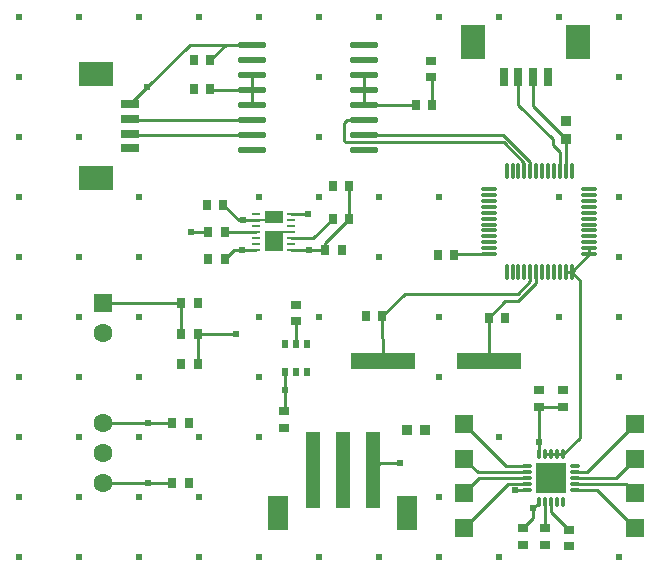
<source format=gtl>
G04*
G04 #@! TF.GenerationSoftware,Altium Limited,Altium Designer,24.2.2 (26)*
G04*
G04 Layer_Physical_Order=1*
G04 Layer_Color=255*
%FSLAX44Y44*%
%MOMM*%
G71*
G04*
G04 #@! TF.SameCoordinates,F77653A4-241C-4A06-9F2E-C48980E71D5F*
G04*
G04*
G04 #@! TF.FilePolarity,Positive*
G04*
G01*
G75*
%ADD10C,0.2540*%
%ADD19R,0.8000X0.9000*%
%ADD20R,0.9000X0.8000*%
%ADD21O,0.2700X1.5000*%
%ADD22O,1.5000X0.2700*%
%ADD23R,0.5320X0.8000*%
%ADD24O,2.4005X0.5740*%
%ADD25R,5.5000X1.4000*%
%ADD26R,1.6000X0.8000*%
%ADD27R,3.0000X2.1000*%
%ADD28R,0.8000X1.6000*%
%ADD29R,2.1000X3.0000*%
%ADD30R,1.3000X6.5000*%
%ADD31R,1.8000X3.0000*%
%ADD60O,0.2800X0.9000*%
%ADD61O,0.9000X0.2800*%
%ADD62R,2.6000X2.6000*%
%ADD63R,0.7500X0.2500*%
%ADD64R,1.3000X0.2500*%
%ADD65R,1.6500X1.0700*%
%ADD66R,1.6500X1.7500*%
%ADD67R,0.8000X0.8640*%
%ADD68R,0.8065X0.8640*%
%ADD69R,0.8640X0.8065*%
%ADD70C,1.6000*%
%ADD71R,1.6000X1.6000*%
%ADD72R,1.5748X1.5748*%
%ADD73C,0.6200*%
%ADD74C,0.6100*%
D10*
X734573Y854710D02*
Y880110D01*
X588010Y746760D02*
X602600D01*
X672871Y761771D02*
X687070Y762000D01*
X676910Y652081D02*
Y671180D01*
X666750Y595010D02*
X667410Y595671D01*
Y612759D01*
Y628079D01*
X905154Y713156D02*
X909904D01*
X916940Y706120D01*
Y572770D02*
Y706120D01*
X903148Y558978D02*
X916940Y572770D01*
X887806Y558978D02*
X903148D01*
X910151Y713151D02*
X925149Y728149D01*
Y733151D01*
X722010Y758190D02*
Y786130D01*
X701659Y737840D02*
X722010Y758190D01*
X701659Y731520D02*
Y737840D01*
X691580Y741760D02*
X708009Y758190D01*
X672860Y741760D02*
X691580D01*
X701420Y731760D02*
X701659Y731520D01*
X687553Y731760D02*
X701420D01*
X672860D02*
X687553D01*
X616600Y723900D02*
X624460Y731760D01*
X631232D01*
X642860D01*
X615331Y769620D02*
X628192Y756759D01*
X631613D01*
X645360D01*
X616600Y746760D02*
X631516Y746759D01*
X642860Y746759D01*
X593739Y660400D02*
X626110D01*
X593739D02*
X593741Y635000D01*
X579739Y687070D02*
X579741Y660400D01*
X513080Y687070D02*
X579739D01*
X551306Y585470D02*
X572120D01*
X513080D02*
X551306D01*
X513080Y534670D02*
X551306D01*
X572120D01*
X741680Y545300D02*
X747560Y551180D01*
X764540D01*
X720090Y842010D02*
X734568D01*
X717550Y839470D02*
X720090Y842010D01*
X717550Y824230D02*
Y839470D01*
Y824230D02*
X718820Y822960D01*
X852754D01*
X870153Y805561D01*
Y798144D02*
Y805561D01*
X734573Y829310D02*
X852170D01*
X875149Y806331D01*
Y798149D02*
Y806331D01*
X791345Y877660D02*
X791995Y877010D01*
Y854180D02*
Y877010D01*
X639567Y854710D02*
Y867410D01*
Y880110D01*
X604035Y868150D02*
X604775Y867410D01*
X639567D01*
X777465Y854710D02*
X777995Y854180D01*
X734573Y854710D02*
X777465D01*
X604035Y892280D02*
X617264Y905510D01*
X639567D01*
X536604Y855151D02*
X550759Y869305D01*
X586964Y905510D01*
X639567D01*
X536603Y842651D02*
X537244Y842010D01*
X639567D01*
X536603Y830152D02*
X537445Y829310D01*
X639567D01*
X810910Y727710D02*
X811350Y728150D01*
X840151D01*
X840090Y674370D02*
X854060Y688340D01*
X864870D01*
X880151Y703621D01*
Y713151D01*
X840029Y637540D02*
X840080Y674370D01*
X749960Y675640D02*
X750011Y637540D01*
X749960Y675640D02*
X769010Y694690D01*
X864870D01*
X875157Y704977D01*
Y713156D01*
X864972Y854608D02*
Y878310D01*
Y854608D02*
X894080Y825500D01*
Y820420D02*
Y825500D01*
Y820420D02*
X900151Y814349D01*
Y798149D02*
Y814349D01*
X877471Y853625D02*
Y878310D01*
Y853625D02*
X905510Y825586D01*
X905149Y825225D02*
X905510Y825586D01*
X905149Y798149D02*
Y825225D01*
X882650Y598790D02*
X902970D01*
X882650Y568960D02*
Y598790D01*
X892810Y509920D02*
X908050Y494680D01*
X892810Y509920D02*
Y517980D01*
X887730Y495950D02*
Y517906D01*
X887806Y517982D01*
X868680Y495951D02*
X877570Y504841D01*
Y513080D01*
X882650Y568960D02*
X882802Y558978D01*
X877910Y513080D02*
X882810Y517980D01*
X877570Y513080D02*
X877910D01*
X872150Y528320D02*
X872310Y528480D01*
X862330Y528320D02*
X872150D01*
X923211Y543481D02*
X963930Y584200D01*
X913310Y543481D02*
X923211D01*
X947420Y538480D02*
X963930Y554990D01*
X913310Y538480D02*
X947420D01*
X913310Y533481D02*
X956229D01*
X963930Y525780D01*
X932020Y528480D02*
X963930Y496570D01*
X913310Y528480D02*
X932020D01*
X819150Y525780D02*
X831850Y538480D01*
X872310D01*
X856061Y533481D02*
X872310D01*
X819150Y496570D02*
X856061Y533481D01*
X819150Y554990D02*
X830659Y543481D01*
X872310D01*
X819150Y584200D02*
X854870Y548480D01*
X872310D01*
D19*
X749949Y675640D02*
D03*
X735951D02*
D03*
X840091Y674370D02*
D03*
X854089D02*
D03*
X810909Y727710D02*
D03*
X796911D02*
D03*
X604034Y868150D02*
D03*
X590036D02*
D03*
Y892280D02*
D03*
X604034D02*
D03*
X791994Y854180D02*
D03*
X777996D02*
D03*
X593739Y635000D02*
D03*
X579741D02*
D03*
Y687070D02*
D03*
X593739D02*
D03*
X572121Y534670D02*
D03*
X586119D02*
D03*
Y585470D02*
D03*
X572121D02*
D03*
X601331Y769620D02*
D03*
X615329D02*
D03*
X616599Y723900D02*
D03*
X602601D02*
D03*
Y746760D02*
D03*
X616599D02*
D03*
X715659Y731520D02*
D03*
X701661D02*
D03*
X722009Y758190D02*
D03*
X708011D02*
D03*
X722009Y786130D02*
D03*
X708011D02*
D03*
D20*
X666750Y581011D02*
D03*
Y595009D02*
D03*
X868680Y495949D02*
D03*
Y481951D02*
D03*
X887730Y495949D02*
D03*
Y481951D02*
D03*
X676910Y685179D02*
D03*
Y671181D02*
D03*
X908050Y494679D02*
D03*
Y480681D02*
D03*
X882650Y598791D02*
D03*
Y612789D02*
D03*
X791345Y891659D02*
D03*
Y877661D02*
D03*
X902970Y598791D02*
D03*
Y612789D02*
D03*
D21*
X855149Y713151D02*
D03*
X860151D02*
D03*
X865149D02*
D03*
X870151D02*
D03*
X875149D02*
D03*
X880151D02*
D03*
X885149D02*
D03*
X890151D02*
D03*
X895149D02*
D03*
X900151D02*
D03*
X905149D02*
D03*
X910151D02*
D03*
Y798148D02*
D03*
X905149D02*
D03*
X900151D02*
D03*
X895149D02*
D03*
X890151D02*
D03*
X885149D02*
D03*
X880151D02*
D03*
X875149D02*
D03*
X870151D02*
D03*
X865149D02*
D03*
X860151D02*
D03*
X855149D02*
D03*
D22*
X925150Y728149D02*
D03*
X925148Y733150D02*
D03*
X925150Y738149D02*
D03*
X925148Y743150D02*
D03*
X925150Y748149D02*
D03*
X925148Y753150D02*
D03*
X925150Y758149D02*
D03*
X925149Y763150D02*
D03*
X925150Y768149D02*
D03*
X925149Y773150D02*
D03*
X925150Y778149D02*
D03*
X925149Y783150D02*
D03*
X840150Y783151D02*
D03*
X840152Y778150D02*
D03*
X840150Y773151D02*
D03*
X840152Y768150D02*
D03*
X840150Y763151D02*
D03*
X840152Y758150D02*
D03*
X840150Y753151D02*
D03*
X840151Y748150D02*
D03*
X840150Y743151D02*
D03*
X840151Y738150D02*
D03*
X840150Y733151D02*
D03*
X840151Y728150D02*
D03*
D23*
X686410Y652079D02*
D03*
X676910D02*
D03*
X667410D02*
D03*
Y628079D02*
D03*
X676910D02*
D03*
X686410D02*
D03*
D24*
X639567Y905510D02*
D03*
Y892810D02*
D03*
Y880110D02*
D03*
Y867410D02*
D03*
Y854710D02*
D03*
Y842010D02*
D03*
Y829310D02*
D03*
Y816610D02*
D03*
X734573Y905510D02*
D03*
Y892810D02*
D03*
Y880110D02*
D03*
Y867410D02*
D03*
Y854710D02*
D03*
Y842010D02*
D03*
Y829310D02*
D03*
Y816610D02*
D03*
D25*
X750019Y637540D02*
D03*
X840019D02*
D03*
D26*
X536604Y855151D02*
D03*
Y842651D02*
D03*
Y830151D02*
D03*
Y817651D02*
D03*
D27*
X507604Y792151D02*
D03*
Y880650D02*
D03*
D28*
X889970Y878310D02*
D03*
X877470D02*
D03*
X864970D02*
D03*
X852470D02*
D03*
D29*
X826970Y907310D02*
D03*
X915470D02*
D03*
D30*
X741680Y545300D02*
D03*
X716280D02*
D03*
X690880D02*
D03*
D31*
X770680Y508800D02*
D03*
X661880D02*
D03*
D60*
X882811Y517980D02*
D03*
X887812D02*
D03*
X892811D02*
D03*
X897812D02*
D03*
X902811D02*
D03*
Y558980D02*
D03*
X897812D02*
D03*
X892811D02*
D03*
X887812D02*
D03*
X882811D02*
D03*
D61*
X913310Y528481D02*
D03*
Y533482D02*
D03*
Y538481D02*
D03*
Y543482D02*
D03*
Y548481D02*
D03*
X872310D02*
D03*
Y543482D02*
D03*
Y538481D02*
D03*
Y533482D02*
D03*
Y528481D02*
D03*
D62*
X892811Y538481D02*
D03*
D63*
X672859Y731759D02*
D03*
Y736759D02*
D03*
Y741759D02*
D03*
Y751759D02*
D03*
Y756759D02*
D03*
Y761759D02*
D03*
X642859D02*
D03*
Y751759D02*
D03*
Y746759D02*
D03*
Y741759D02*
D03*
Y736759D02*
D03*
Y731759D02*
D03*
D64*
X670359Y746759D02*
D03*
X645359Y756759D02*
D03*
D65*
X657859Y759259D02*
D03*
D66*
Y739259D02*
D03*
D67*
X593739Y660399D02*
D03*
X579741D02*
D03*
D68*
X786042Y579120D02*
D03*
X770978D02*
D03*
D69*
X905510Y825588D02*
D03*
Y840652D02*
D03*
D70*
X513080Y661670D02*
D03*
Y585470D02*
D03*
Y560070D02*
D03*
Y534670D02*
D03*
D71*
Y687070D02*
D03*
D72*
X819150Y496570D02*
D03*
Y525780D02*
D03*
Y554990D02*
D03*
Y584200D02*
D03*
X963930Y496570D02*
D03*
Y525780D02*
D03*
Y554990D02*
D03*
Y584200D02*
D03*
D73*
X862330Y528320D02*
D03*
X882650Y568960D02*
D03*
X877570Y513080D02*
D03*
X764540Y551180D02*
D03*
X550759Y869305D02*
D03*
X626110Y660400D02*
D03*
X551306Y585470D02*
D03*
Y534670D02*
D03*
X631232Y731760D02*
D03*
X631613Y756759D02*
D03*
X687553Y731760D02*
D03*
X667410Y612759D02*
D03*
X687070Y762000D02*
D03*
X588010Y746760D02*
D03*
D74*
X442521Y929079D02*
D03*
Y878279D02*
D03*
Y827480D02*
D03*
Y776680D02*
D03*
Y725880D02*
D03*
Y675080D02*
D03*
Y624280D02*
D03*
Y573480D02*
D03*
Y522680D02*
D03*
Y471880D02*
D03*
X493321Y929079D02*
D03*
Y827480D02*
D03*
Y725880D02*
D03*
Y675080D02*
D03*
Y624280D02*
D03*
Y573480D02*
D03*
Y522680D02*
D03*
Y471880D02*
D03*
X544120Y929079D02*
D03*
Y776680D02*
D03*
Y725880D02*
D03*
Y675080D02*
D03*
Y624280D02*
D03*
Y573480D02*
D03*
Y522680D02*
D03*
Y471880D02*
D03*
X594920Y929079D02*
D03*
Y573480D02*
D03*
Y522680D02*
D03*
Y471880D02*
D03*
X645720Y929079D02*
D03*
Y776680D02*
D03*
Y675080D02*
D03*
Y624280D02*
D03*
Y573480D02*
D03*
Y471880D02*
D03*
X696520Y929079D02*
D03*
Y878279D02*
D03*
Y827480D02*
D03*
Y776680D02*
D03*
Y675080D02*
D03*
Y471880D02*
D03*
X747320Y929079D02*
D03*
Y776680D02*
D03*
Y725880D02*
D03*
Y471880D02*
D03*
X798120Y929079D02*
D03*
Y776680D02*
D03*
Y675080D02*
D03*
Y624280D02*
D03*
Y522680D02*
D03*
Y471880D02*
D03*
X848920Y929079D02*
D03*
Y573480D02*
D03*
Y471880D02*
D03*
X899720Y929079D02*
D03*
Y776680D02*
D03*
Y675080D02*
D03*
X950520Y929079D02*
D03*
Y878279D02*
D03*
Y827480D02*
D03*
Y776680D02*
D03*
Y725880D02*
D03*
Y675080D02*
D03*
Y624280D02*
D03*
Y471880D02*
D03*
M02*

</source>
